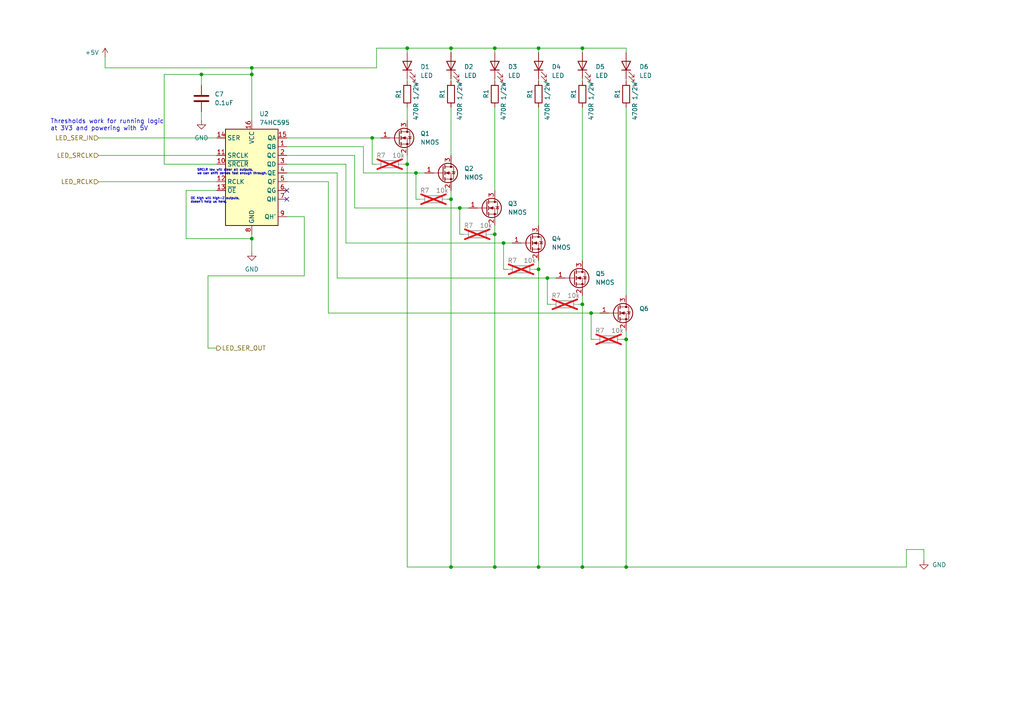
<source format=kicad_sch>
(kicad_sch (version 20230121) (generator eeschema)
  (paper "A4")
  (lib_symbols
    (symbol "74xx:74HC595"
      (property "Reference" "U" (at -7.62 13.97 0))
      (property "Value" "74HC595" (at -7.62 -16.51 0))
      (symbol "74HC595_1_0"
        (pin tri_state line (at 10.16 7.62 180) (length 2.54) (name "QB") (number "1"))
        (pin input line (at -10.16 2.54 0) (length 2.54) (name "~{SRCLR}") (number "10"))
        (pin input line (at -10.16 5.08 0) (length 2.54) (name "SRCLK") (number "11"))
        (pin input line (at -10.16 -2.54 0) (length 2.54) (name "RCLK") (number "12"))
        (pin input line (at -10.16 -5.08 0) (length 2.54) (name "~{OE}") (number "13"))
        (pin input line (at -10.16 10.16 0) (length 2.54) (name "SER") (number "14"))
        (pin tri_state line (at 10.16 10.16 180) (length 2.54) (name "QA") (number "15"))
        (pin power_in line (at 0 15.24 270) (length 2.54) (name "VCC") (number "16"))
        (pin tri_state line (at 10.16 5.08 180) (length 2.54) (name "QC") (number "2"))
        (pin tri_state line (at 10.16 2.54 180) (length 2.54) (name "QD") (number "3"))
        (pin tri_state line (at 10.16 0 180) (length 2.54) (name "QE") (number "4"))
        (pin tri_state line (at 10.16 -2.54 180) (length 2.54) (name "QF") (number "5"))
        (pin tri_state line (at 10.16 -5.08 180) (length 2.54) (name "QG") (number "6"))
        (pin tri_state line (at 10.16 -7.62 180) (length 2.54) (name "QH") (number "7"))
        (pin power_in line (at 0 -17.78 90) (length 2.54) (name "GND") (number "8"))
        (pin output line (at 10.16 -12.7 180) (length 2.54) (name "QH'") (number "9"))
      )
      (symbol "74HC595_1_1"
        (rectangle (start -7.62 12.7) (end 7.62 -15.24) (stroke (width 0.254)) (fill (type background)))
      )
    )
    (symbol "Device:C" (pin_numbers hide) (pin_names (offset 0.254))
      (property "Reference" "C" (at 0.635 2.54 0))
      (property "Value" "C" (at 0.635 -2.54 0))
      (symbol "C_0_1"
        (polyline (pts (xy -2.032 -0.762) (xy 2.032 -0.762)) (stroke (width 0.508)))
        (polyline (pts (xy -2.032 0.762) (xy 2.032 0.762)) (stroke (width 0.508)))
      )
      (symbol "C_1_1"
        (pin passive line (at 0 3.81 270) (length 2.794) (name "~") (number "1"))
        (pin passive line (at 0 -3.81 90) (length 2.794) (name "~") (number "2"))
      )
    )
    (symbol "Device:LED" (pin_numbers hide) (pin_names (offset 1.016) hide)
      (property "Reference" "D" (at 0 2.54 0))
      (property "Value" "LED" (at 0 -2.54 0))
      (symbol "LED_0_1"
        (polyline (pts (xy -1.27 -1.27) (xy -1.27 1.27)) (stroke (width 0.254)))
        (polyline (pts (xy -1.27 0) (xy 1.27 0)))
        (polyline (pts (xy 1.27 -1.27) (xy 1.27 1.27) (xy -1.27 0) (xy 1.27 -1.27)) (stroke (width 0.254)))
        (polyline (pts (xy -3.048 -0.762) (xy -4.572 -2.286) (xy -3.81 -2.286) (xy -4.572 -2.286) (xy -4.572 -1.524)))
        (polyline (pts (xy -1.778 -0.762) (xy -3.302 -2.286) (xy -2.54 -2.286) (xy -3.302 -2.286) (xy -3.302 -1.524)))
      )
      (symbol "LED_1_1"
        (pin passive line (at -3.81 0 0) (length 2.54) (name "K") (number "1"))
        (pin passive line (at 3.81 0 180) (length 2.54) (name "A") (number "2"))
      )
    )
    (symbol "Device:Q_NMOS_GSD" (pin_names (offset 0) hide)
      (property "Reference" "Q" (at 5.08 1.27 0))
      (property "Value" "Q_NMOS_GSD" (at 5.08 -1.27 0))
      (symbol "Q_NMOS_GSD_0_1"
        (polyline (pts (xy 0.254 0) (xy -2.54 0)))
        (polyline (pts (xy 0.254 1.905) (xy 0.254 -1.905)) (stroke (width 0.254)))
        (polyline (pts (xy 0.762 -1.27) (xy 0.762 -2.286)) (stroke (width 0.254)))
        (polyline (pts (xy 0.762 0.508) (xy 0.762 -0.508)) (stroke (width 0.254)))
        (polyline (pts (xy 0.762 2.286) (xy 0.762 1.27)) (stroke (width 0.254)))
        (polyline (pts (xy 2.54 2.54) (xy 2.54 1.778)))
        (polyline (pts (xy 2.54 -2.54) (xy 2.54 0) (xy 0.762 0)))
        (polyline (pts (xy 0.762 -1.778) (xy 3.302 -1.778) (xy 3.302 1.778) (xy 0.762 1.778)))
        (polyline (pts (xy 1.016 0) (xy 2.032 0.381) (xy 2.032 -0.381) (xy 1.016 0)) (fill (type outline)))
        (polyline (pts (xy 2.794 0.508) (xy 2.921 0.381) (xy 3.683 0.381) (xy 3.81 0.254)))
        (polyline (pts (xy 3.302 0.381) (xy 2.921 -0.254) (xy 3.683 -0.254) (xy 3.302 0.381)))
        (circle (center 1.651 0) (radius 2.794) (stroke (width 0.254)))
        (circle (center 2.54 -1.778) (radius 0.254) (fill (type outline)))
        (circle (center 2.54 1.778) (radius 0.254) (fill (type outline)))
      )
      (symbol "Q_NMOS_GSD_1_1"
        (pin input line (at -5.08 0 0) (length 2.54) (name "G") (number "1"))
        (pin passive line (at 2.54 -5.08 90) (length 2.54) (name "S") (number "2"))
        (pin passive line (at 2.54 5.08 270) (length 2.54) (name "D") (number "3"))
      )
    )
    (symbol "Device:R" (pin_numbers hide) (pin_names (offset 0))
      (property "Reference" "R" (at 2.032 0 90))
      (property "Value" "R" (at 0 0 90))
      (symbol "R_0_1"
        (rectangle (start -1.016 -2.54) (end 1.016 2.54) (stroke (width 0.254)))
      )
      (symbol "R_1_1"
        (pin passive line (at 0 3.81 270) (length 1.27) (name "~") (number "1"))
        (pin passive line (at 0 -3.81 90) (length 1.27) (name "~") (number "2"))
      )
    )
    (symbol "power:+5V" (power) (pin_names (offset 0))
      (property "Value" "+5V" (at 0 3.556 0))
      (symbol "+5V_0_1"
        (polyline (pts (xy -0.762 1.27) (xy 0 2.54)))
        (polyline (pts (xy 0 0) (xy 0 2.54)))
        (polyline (pts (xy 0 2.54) (xy 0.762 1.27)))
      )
      (symbol "+5V_1_1"
        (pin power_in line (at 0 0 90) (length 0) hide (name "+5V") (number "1"))
      )
    )
    (symbol "power:GND" (power) (pin_names (offset 0))
      (property "Value" "GND" (at 0 -3.81 0))
      (symbol "GND_0_1"
        (polyline (pts (xy 0 0) (xy 0 -1.27) (xy 1.27 -1.27) (xy 0 -2.54) (xy -1.27 -1.27) (xy 0 -1.27)))
      )
      (symbol "GND_1_1"
        (pin power_in line (at 0 0 270) (length 0) hide (name "GND") (number "1"))
      )
    )
  )
  (junction (at 168.91 88.265))
  (junction (at 118.11 47.625))
  (junction (at 158.75 80.645))
  (junction (at 143.51 164.465))
  (junction (at 133.35 60.325))
  (junction (at 146.05 70.485))
  (junction (at 181.61 98.425))
  (junction (at 130.81 57.785))
  (junction (at 73.025 21.59))
  (junction (at 120.65 50.165))
  (junction (at 143.51 13.97))
  (junction (at 156.21 13.97))
  (junction (at 118.11 13.97))
  (junction (at 130.81 164.465))
  (junction (at 58.42 21.59))
  (junction (at 130.81 13.97))
  (junction (at 181.61 164.465))
  (junction (at 171.45 90.805))
  (junction (at 107.95 40.005))
  (junction (at 156.21 78.105))
  (junction (at 73.025 19.685))
  (junction (at 73.025 69.215))
  (junction (at 143.51 67.945))
  (junction (at 168.91 13.97))
  (junction (at 168.91 164.465))
  (junction (at 156.21 164.465))
  (no_connect (at 83.185 57.785))
  (no_connect (at 83.185 55.245))
  (wire (pts (xy 156.21 31.115) (xy 156.21 65.405)))
  (wire (pts (xy 88.265 62.865) (xy 88.265 80.01)))
  (wire (pts (xy 105.41 42.545) (xy 105.41 50.165)))
  (wire (pts (xy 168.91 85.725) (xy 168.91 88.265)))
  (wire (pts (xy 109.22 13.97) (xy 118.11 13.97)))
  (wire (pts (xy 154.94 78.105) (xy 156.21 78.105)))
  (wire (pts (xy 118.11 22.86) (xy 118.11 23.495)))
  (wire (pts (xy 168.91 88.265) (xy 168.91 164.465)))
  (wire (pts (xy 100.33 47.625) (xy 83.185 47.625)))
  (wire (pts (xy 53.975 55.245) (xy 53.975 69.215)))
  (wire (pts (xy 73.025 19.685) (xy 109.22 19.685)))
  (wire (pts (xy 107.95 40.005) (xy 110.49 40.005)))
  (wire (pts (xy 130.81 13.97) (xy 143.51 13.97)))
  (wire (pts (xy 47.625 21.59) (xy 58.42 21.59)))
  (wire (pts (xy 156.21 13.97) (xy 168.91 13.97)))
  (wire (pts (xy 130.81 22.86) (xy 130.81 23.495)))
  (wire (pts (xy 58.42 32.385) (xy 58.42 34.925)))
  (wire (pts (xy 97.79 80.645) (xy 158.75 80.645)))
  (wire (pts (xy 28.575 40.005) (xy 62.865 40.005)))
  (wire (pts (xy 130.81 57.785) (xy 130.81 164.465)))
  (wire (pts (xy 100.33 70.485) (xy 146.05 70.485)))
  (wire (pts (xy 168.91 13.97) (xy 181.61 13.97)))
  (wire (pts (xy 158.75 80.645) (xy 161.29 80.645)))
  (wire (pts (xy 97.79 50.165) (xy 97.79 80.645)))
  (wire (pts (xy 181.61 95.885) (xy 181.61 98.425)))
  (wire (pts (xy 181.61 22.86) (xy 181.61 23.495)))
  (wire (pts (xy 143.51 164.465) (xy 156.21 164.465)))
  (wire (pts (xy 143.51 13.97) (xy 156.21 13.97)))
  (wire (pts (xy 118.11 13.97) (xy 130.81 13.97)))
  (wire (pts (xy 100.33 47.625) (xy 100.33 70.485)))
  (wire (pts (xy 168.91 31.115) (xy 168.91 75.565)))
  (wire (pts (xy 181.61 31.115) (xy 181.61 85.725)))
  (wire (pts (xy 143.51 13.97) (xy 143.51 15.24)))
  (wire (pts (xy 102.87 60.325) (xy 133.35 60.325)))
  (wire (pts (xy 156.21 22.86) (xy 156.21 23.495)))
  (wire (pts (xy 146.05 78.105) (xy 146.05 70.485)))
  (wire (pts (xy 172.72 98.425) (xy 171.45 98.425)))
  (wire (pts (xy 60.325 100.965) (xy 62.865 100.965)))
  (wire (pts (xy 181.61 13.97) (xy 181.61 15.24)))
  (wire (pts (xy 105.41 42.545) (xy 83.185 42.545)))
  (wire (pts (xy 95.25 90.805) (xy 171.45 90.805)))
  (wire (pts (xy 142.24 67.945) (xy 143.51 67.945)))
  (wire (pts (xy 158.75 88.265) (xy 158.75 80.645)))
  (wire (pts (xy 146.05 70.485) (xy 148.59 70.485)))
  (wire (pts (xy 130.81 31.115) (xy 130.81 45.085)))
  (wire (pts (xy 156.21 75.565) (xy 156.21 78.105)))
  (wire (pts (xy 73.025 21.59) (xy 73.025 34.925)))
  (wire (pts (xy 73.025 19.685) (xy 73.025 21.59)))
  (wire (pts (xy 53.975 69.215) (xy 73.025 69.215)))
  (wire (pts (xy 267.97 162.56) (xy 267.97 159.385)))
  (wire (pts (xy 102.87 45.085) (xy 102.87 60.325)))
  (wire (pts (xy 180.34 98.425) (xy 181.61 98.425)))
  (wire (pts (xy 109.22 47.625) (xy 107.95 47.625)))
  (wire (pts (xy 262.89 159.385) (xy 262.89 164.465)))
  (wire (pts (xy 181.61 98.425) (xy 181.61 164.465)))
  (wire (pts (xy 73.025 69.215) (xy 73.025 73.025)))
  (wire (pts (xy 143.51 67.945) (xy 143.51 164.465)))
  (wire (pts (xy 156.21 164.465) (xy 168.91 164.465)))
  (wire (pts (xy 267.97 159.385) (xy 262.89 159.385)))
  (wire (pts (xy 88.265 80.01) (xy 60.325 80.01)))
  (wire (pts (xy 120.65 50.165) (xy 123.19 50.165)))
  (wire (pts (xy 133.35 67.945) (xy 133.35 60.325)))
  (wire (pts (xy 95.25 52.705) (xy 95.25 90.805)))
  (wire (pts (xy 156.21 78.105) (xy 156.21 164.465)))
  (wire (pts (xy 118.11 164.465) (xy 130.81 164.465)))
  (wire (pts (xy 160.02 88.265) (xy 158.75 88.265)))
  (wire (pts (xy 167.64 88.265) (xy 168.91 88.265)))
  (wire (pts (xy 62.865 55.245) (xy 53.975 55.245)))
  (wire (pts (xy 168.91 164.465) (xy 181.61 164.465)))
  (wire (pts (xy 156.21 13.97) (xy 156.21 15.24)))
  (wire (pts (xy 83.185 40.005) (xy 107.95 40.005)))
  (wire (pts (xy 130.81 13.97) (xy 130.81 15.24)))
  (wire (pts (xy 143.51 22.86) (xy 143.51 23.495)))
  (wire (pts (xy 129.54 57.785) (xy 130.81 57.785)))
  (wire (pts (xy 62.865 47.625) (xy 47.625 47.625)))
  (wire (pts (xy 143.51 31.115) (xy 143.51 55.245)))
  (wire (pts (xy 168.91 22.86) (xy 168.91 23.495)))
  (wire (pts (xy 73.025 67.945) (xy 73.025 69.215)))
  (wire (pts (xy 121.92 57.785) (xy 120.65 57.785)))
  (wire (pts (xy 168.91 13.97) (xy 168.91 15.24)))
  (wire (pts (xy 130.81 55.245) (xy 130.81 57.785)))
  (wire (pts (xy 147.32 78.105) (xy 146.05 78.105)))
  (wire (pts (xy 30.48 19.685) (xy 73.025 19.685)))
  (wire (pts (xy 118.11 13.97) (xy 118.11 15.24)))
  (wire (pts (xy 107.95 47.625) (xy 107.95 40.005)))
  (wire (pts (xy 95.25 52.705) (xy 83.185 52.705)))
  (wire (pts (xy 58.42 21.59) (xy 73.025 21.59)))
  (wire (pts (xy 171.45 90.805) (xy 173.99 90.805)))
  (wire (pts (xy 83.185 62.865) (xy 88.265 62.865)))
  (wire (pts (xy 83.185 45.085) (xy 102.87 45.085)))
  (wire (pts (xy 181.61 164.465) (xy 262.89 164.465)))
  (wire (pts (xy 118.11 45.085) (xy 118.11 47.625)))
  (wire (pts (xy 118.11 47.625) (xy 118.11 164.465)))
  (wire (pts (xy 130.81 164.465) (xy 143.51 164.465)))
  (wire (pts (xy 83.185 50.165) (xy 97.79 50.165)))
  (wire (pts (xy 47.625 21.59) (xy 47.625 47.625)))
  (wire (pts (xy 120.65 57.785) (xy 120.65 50.165)))
  (wire (pts (xy 58.42 21.59) (xy 58.42 24.765)))
  (wire (pts (xy 133.35 60.325) (xy 135.89 60.325)))
  (wire (pts (xy 143.51 65.405) (xy 143.51 67.945)))
  (wire (pts (xy 116.84 47.625) (xy 118.11 47.625)))
  (wire (pts (xy 118.11 31.115) (xy 118.11 34.925)))
  (wire (pts (xy 109.22 19.685) (xy 109.22 13.97)))
  (wire (pts (xy 30.48 16.51) (xy 30.48 19.685)))
  (wire (pts (xy 171.45 98.425) (xy 171.45 90.805)))
  (wire (pts (xy 105.41 50.165) (xy 120.65 50.165)))
  (wire (pts (xy 60.325 80.01) (xy 60.325 100.965)))
  (wire (pts (xy 28.575 52.705) (xy 62.865 52.705)))
  (wire (pts (xy 28.575 45.085) (xy 62.865 45.085)))
  (wire (pts (xy 134.62 67.945) (xy 133.35 67.945)))
  (text "SRCLR low will clear all outputs,\nwe can shift zeroes fast enough through." (at 57.15 50.8 0) (effects (font (size 0.635 0.635)) (justify left bottom)))
  (text "Thresholds work for running logic\nat 3V3 and powering with 5V" (at 14.605 38.1 0) (effects (font (size 1.27 1.27)) (justify left bottom)))
  (text "OE high will high-Z outputs,\ndoesn't help us here." (at 55.245 59.055 0) (effects (font (size 0.635 0.635)) (justify left bottom)))
  (hierarchical_label "LED_SRCLK" (shape input) (at 28.575 45.085 180))
  (hierarchical_label "LED_SER_OUT" (shape output) (at 62.865 100.965 0))
  (hierarchical_label "LED_SER_IN" (shape input) (at 28.575 40.005 180))
  (hierarchical_label "LED_RCLK" (shape input) (at 28.575 52.705 180))
  (symbol (lib_id "power:GND") (at 58.42 34.925 0) (unit 1)
    (property "Reference" "#PWR035" (effects hide))
    (property "Value" "GND" (at 58.42 40.005 0))
    (instances (project "button-board" (path "" (reference "#PWR035") (unit 1)) (path "" (reference "#PWR037") (unit 1))))
  )
  (symbol (lib_id "Device:R") (at 130.81 27.305 0) (unit 1)
    (property "Reference" "R1" (at 128.27 28.575 90) (effects (justify left)))
    (property "Value" "470R 1/2W" (at 133.35 34.925 90) (effects (justify left)))
    (property "Footprint" "Resistor_SMD:R_1206_3216Metric" (effects hide))
    (property "MPN" "ERJ-P08J471V" (effects hide))
    (property "Link" "https://www.digikey.de/en/products/detail/panasonic-electronic-components/ERJ-P08J471V/525396" (effects hide))
    (instances (project "button-board" (path "" (reference "R1") (unit 1)) (path "" (reference "R4") (unit 1)) (path "" (reference "R51") (unit 1))))
  )
  (symbol (lib_id "Device:R") (at 118.11 27.305 0) (unit 1)
    (property "Reference" "R1" (at 115.57 28.575 90) (effects (justify left)))
    (property "Value" "470R 1/2W" (at 120.65 34.925 90) (effects (justify left)))
    (property "Footprint" "Resistor_SMD:R_1206_3216Metric" (effects hide))
    (property "MPN" "ERJ-P08J471V" (effects hide))
    (property "Link" "https://www.digikey.de/en/products/detail/panasonic-electronic-components/ERJ-P08J471V/525396" (effects hide))
    (instances (project "button-board" (path "" (reference "R1") (unit 1)) (path "" (reference "R3") (unit 1)) (path "" (reference "R49") (unit 1))))
  )
  (symbol (lib_id "Device:Q_NMOS_GSD") (at 115.57 40.005 0) (unit 1)
    (property "Reference" "Q1" (at 121.92 38.735 0) (effects (justify left)))
    (property "Value" "NMOS" (at 121.92 41.275 0) (effects (justify left)))
    (property "Footprint" "Package_TO_SOT_SMD:TSOT-23" (effects hide))
    (property "Link" "https://www.digikey.de/en/products/detail/anbon-semiconductor-int-l-limited/AS2302/16708469" (effects hide))
    (property "MPN" "AS2302" (effects hide))
    (instances (project "button-board" (path "" (reference "Q1") (unit 1)) (path "" (reference "Q1") (unit 1)) (path "" (reference "Q14") (unit 1))))
  )
  (symbol (lib_id "Device:LED") (at 181.61 19.05 90) (unit 1)
    (property "Reference" "D6" (at 185.42 19.3675 90) (effects (justify right)))
    (property "Value" "LED" (at 185.42 21.9075 90) (effects (justify right)))
    (property "Footprint" "LED_SMD:LED_SunLED_XZ_Reverse_Mount" (effects hide))
    (instances (project "button-board" (path "" (reference "D6") (unit 1)) (path "" (reference "D6") (unit 1)) (path "" (reference "D21") (unit 1))))
  )
  (symbol (lib_id "Device:R") (at 151.13 78.105 90) (unit 1) (in_bom no) (dnp yes)
    (property "Reference" "R7" (at 148.59 75.565 90))
    (property "Value" "10k" (at 153.67 75.565 90))
    (property "Footprint" "Resistor_SMD:R_0603_1608Metric" (effects hide))
    (property "Link" "https://www.digikey.de/en/products/detail/yageo/RC0603FR-0710KL/726880" (effects hide))
    (property "MPN" "RC0603FR-0710KL" (effects hide))
    (instances (project "button-board" (path "" (reference "R7") (unit 1)) (path "" (reference "R149") (unit 1)) (path "" (reference "R54") (unit 1))))
  )
  (symbol (lib_id "Device:Q_NMOS_GSD") (at 179.07 90.805 0) (unit 1)
    (property "Reference" "Q6" (at 185.42 89.535 0) (effects (justify left)))
    (property "Value" "NMOS" (effects hide))
    (property "Footprint" "Package_TO_SOT_SMD:TSOT-23" (effects hide))
    (property "Link" "https://www.digikey.de/en/products/detail/anbon-semiconductor-int-l-limited/AS2302/16708469" (effects hide))
    (property "MPN" "AS2302" (effects hide))
    (instances (project "button-board" (path "" (reference "Q6") (unit 1)) (path "" (reference "Q6") (unit 1)) (path "" (reference "Q19") (unit 1))))
  )
  (symbol (lib_id "Device:R") (at 113.03 47.625 90) (unit 1) (in_bom no) (dnp yes)
    (property "Reference" "R7" (at 110.49 45.085 90))
    (property "Value" "10k" (at 115.57 45.085 90))
    (property "Footprint" "Resistor_SMD:R_0603_1608Metric" (effects hide))
    (property "Link" "https://www.digikey.de/en/products/detail/yageo/RC0603FR-0710KL/726880" (effects hide))
    (property "MPN" "RC0603FR-0710KL" (effects hide))
    (instances (project "button-board" (path "" (reference "R7") (unit 1)) (path "" (reference "R101") (unit 1)) (path "" (reference "R48") (unit 1))))
  )
  (symbol (lib_id "Device:LED") (at 168.91 19.05 90) (unit 1)
    (property "Reference" "D5" (at 172.72 19.3675 90) (effects (justify right)))
    (property "Value" "LED" (at 172.72 21.9075 90) (effects (justify right)))
    (property "Footprint" "LED_SMD:LED_SunLED_XZ_Reverse_Mount" (effects hide))
    (instances (project "button-board" (path "" (reference "D5") (unit 1)) (path "" (reference "D5") (unit 1)) (path "" (reference "D20") (unit 1))))
  )
  (symbol (lib_id "Device:C") (at 58.42 28.575 0) (unit 1)
    (property "Reference" "C7" (at 62.23 27.305 0) (effects (justify left)))
    (property "Value" "0.1uF" (at 62.23 29.845 0) (effects (justify left)))
    (property "Footprint" "Capacitor_SMD:C_0603_1608Metric" (effects hide))
    (property "Link" "https://www.digikey.de/en/products/detail/kyocera-avx/KGM15BR71H104KT/1600046" (effects hide))
    (property "MPN" "KYOCERA AVX" (effects hide))
    (instances (project "button-board" (path "" (reference "C7") (unit 1)) (path "" (reference "C11") (unit 1)) (path "" (reference "C13") (unit 1))))
  )
  (symbol (lib_id "power:+5V") (at 30.48 16.51 0) (unit 1)
    (property "Reference" "#PWR03" (effects hide))
    (property "Value" "+5V" (at 26.67 15.24 0))
    (instances (project "button-board" (path "" (reference "#PWR03") (unit 1)) (path "" (reference "#PWR03") (unit 1)) (path "" (reference "#PWR021") (unit 1))))
  )
  (symbol (lib_id "Device:LED") (at 143.51 19.05 90) (unit 1)
    (property "Reference" "D3" (at 147.32 19.3675 90) (effects (justify right)))
    (property "Value" "LED" (at 147.32 21.9075 90) (effects (justify right)))
    (property "Footprint" "LED_SMD:LED_SunLED_XZ_Reverse_Mount" (effects hide))
    (instances (project "button-board" (path "" (reference "D3") (unit 1)) (path "" (reference "D3") (unit 1)) (path "" (reference "D18") (unit 1))))
  )
  (symbol (lib_id "Device:R") (at 138.43 67.945 90) (unit 1) (in_bom no) (dnp yes)
    (property "Reference" "R7" (at 135.89 65.405 90))
    (property "Value" "10k" (at 140.97 65.405 90))
    (property "Footprint" "Resistor_SMD:R_0603_1608Metric" (effects hide))
    (property "Link" "https://www.digikey.de/en/products/detail/yageo/RC0603FR-0710KL/726880" (effects hide))
    (property "MPN" "RC0603FR-0710KL" (effects hide))
    (instances (project "button-board" (path "" (reference "R7") (unit 1)) (path "" (reference "R133") (unit 1)) (path "" (reference "R52") (unit 1))))
  )
  (symbol (lib_id "Device:Q_NMOS_GSD") (at 166.37 80.645 0) (unit 1)
    (property "Reference" "Q5" (at 172.72 79.375 0) (effects (justify left)))
    (property "Value" "NMOS" (at 172.72 81.915 0) (effects (justify left)))
    (property "Footprint" "Package_TO_SOT_SMD:TSOT-23" (effects hide))
    (property "Link" "https://www.digikey.de/en/products/detail/anbon-semiconductor-int-l-limited/AS2302/16708469" (effects hide))
    (property "MPN" "AS2302" (effects hide))
    (instances (project "button-board" (path "" (reference "Q5") (unit 1)) (path "" (reference "Q5") (unit 1)) (path "" (reference "Q18") (unit 1))))
  )
  (symbol (lib_id "power:GND") (at 73.025 73.025 0) (unit 1)
    (property "Reference" "#PWR021" (effects hide))
    (property "Value" "GND" (at 73.025 78.105 0))
    (instances (project "button-board" (path "" (reference "#PWR021") (unit 1)) (path "" (reference "#PWR023") (unit 1))))
  )
  (symbol (lib_id "Device:Q_NMOS_GSD") (at 128.27 50.165 0) (unit 1)
    (property "Reference" "Q2" (at 134.62 48.895 0) (effects (justify left)))
    (property "Value" "NMOS" (at 134.62 51.435 0) (effects (justify left)))
    (property "Footprint" "Package_TO_SOT_SMD:TSOT-23" (effects hide))
    (property "Link" "https://www.digikey.de/en/products/detail/anbon-semiconductor-int-l-limited/AS2302/16708469" (effects hide))
    (property "MPN" "AS2302" (effects hide))
    (instances (project "button-board" (path "" (reference "Q2") (unit 1)) (path "" (reference "Q2") (unit 1)) (path "" (reference "Q15") (unit 1))))
  )
  (symbol (lib_id "Device:Q_NMOS_GSD") (at 153.67 70.485 0) (unit 1)
    (property "Reference" "Q4" (at 160.02 69.215 0) (effects (justify left)))
    (property "Value" "NMOS" (at 160.02 71.755 0) (effects (justify left)))
    (property "Footprint" "Package_TO_SOT_SMD:TSOT-23" (effects hide))
    (property "Link" "https://www.digikey.de/en/products/detail/anbon-semiconductor-int-l-limited/AS2302/16708469" (effects hide))
    (property "MPN" "AS2302" (effects hide))
    (instances (project "button-board" (path "" (reference "Q4") (unit 1)) (path "" (reference "Q4") (unit 1)) (path "" (reference "Q17") (unit 1))))
  )
  (symbol (lib_id "power:GND") (at 267.97 162.56 0) (unit 1)
    (property "Reference" "#PWR04" (effects hide))
    (property "Value" "GND" (at 272.415 163.83 0))
    (instances (project "button-board" (path "" (reference "#PWR04") (unit 1)) (path "" (reference "#PWR015") (unit 1)) (path "" (reference "#PWR024") (unit 1))))
  )
  (symbol (lib_id "Device:LED") (at 118.11 19.05 90) (unit 1)
    (property "Reference" "D1" (at 121.92 19.3675 90) (effects (justify right)))
    (property "Value" "LED" (at 121.92 21.9075 90) (effects (justify right)))
    (property "Footprint" "LED_SMD:LED_SunLED_XZ_Reverse_Mount" (effects hide))
    (instances (project "button-board" (path "" (reference "D1") (unit 1)) (path "" (reference "D1") (unit 1)) (path "" (reference "D16") (unit 1))))
  )
  (symbol (lib_id "Device:LED") (at 156.21 19.05 90) (unit 1)
    (property "Reference" "D4" (at 160.02 19.3675 90) (effects (justify right)))
    (property "Value" "LED" (at 160.02 21.9075 90) (effects (justify right)))
    (property "Footprint" "LED_SMD:LED_SunLED_XZ_Reverse_Mount" (effects hide))
    (instances (project "button-board" (path "" (reference "D4") (unit 1)) (path "" (reference "D4") (unit 1)) (path "" (reference "D19") (unit 1))))
  )
  (symbol (lib_id "Device:R") (at 125.73 57.785 90) (unit 1) (in_bom no) (dnp yes)
    (property "Reference" "R7" (at 123.19 55.245 90))
    (property "Value" "10k" (at 128.27 55.245 90))
    (property "Footprint" "Resistor_SMD:R_0603_1608Metric" (effects hide))
    (property "Link" "https://www.digikey.de/en/products/detail/yageo/RC0603FR-0710KL/726880" (effects hide))
    (property "MPN" "RC0603FR-0710KL" (effects hide))
    (instances (project "button-board" (path "" (reference "R7") (unit 1)) (path "" (reference "R119") (unit 1)) (path "" (reference "R50") (unit 1))))
  )
  (symbol (lib_id "Device:LED") (at 130.81 19.05 90) (unit 1)
    (property "Reference" "D2" (at 134.62 19.3675 90) (effects (justify right)))
    (property "Value" "LED" (at 134.62 21.9075 90) (effects (justify right)))
    (property "Footprint" "LED_SMD:LED_SunLED_XZ_Reverse_Mount" (effects hide))
    (instances (project "button-board" (path "" (reference "D2") (unit 1)) (path "" (reference "D2") (unit 1)) (path "" (reference "D17") (unit 1))))
  )
  (symbol (lib_id "Device:R") (at 181.61 27.305 0) (unit 1)
    (property "Reference" "R1" (at 179.07 28.575 90) (effects (justify left)))
    (property "Value" "470R 1/2W" (at 184.15 34.925 90) (effects (justify left)))
    (property "Footprint" "Resistor_SMD:R_1206_3216Metric" (effects hide))
    (property "MPN" "ERJ-P08J471V" (effects hide))
    (property "Link" "https://www.digikey.de/en/products/detail/panasonic-electronic-components/ERJ-P08J471V/525396" (effects hide))
    (instances (project "button-board" (path "" (reference "R1") (unit 1)) (path "" (reference "R35") (unit 1)) (path "" (reference "R59") (unit 1))))
  )
  (symbol (lib_id "74xx:74HC595") (at 73.025 50.165 0) (unit 1)
    (property "Reference" "U2" (at 75.2191 33.02 0) (effects (justify left)))
    (property "Value" "74HC595" (at 75.2191 35.56 0) (effects (justify left)))
    (property "Footprint" "Package_SO:TSSOP-16_4.4x5mm_P0.65mm" (effects hide))
    (property "Datasheet" "http://www.ti.com/lit/ds/symlink/sn74hc595.pdf" (effects hide))
    (property "Link" "https://www.digikey.de/en/products/detail/nexperia-usa-inc/74HC595PW-118/946653" (effects hide))
    (property "MPN" "74HC595PW,118" (effects hide))
    (instances (project "button-board" (path "" (reference "U2") (unit 1)) (path "" (reference "U2") (unit 1)) (path "" (reference "U8") (unit 1)) (path "" (reference "U7") (unit 1))))
  )
  (symbol (lib_id "Device:Q_NMOS_GSD") (at 140.97 60.325 0) (unit 1)
    (property "Reference" "Q3" (at 147.32 59.055 0) (effects (justify left)))
    (property "Value" "NMOS" (at 147.32 61.595 0) (effects (justify left)))
    (property "Footprint" "Package_TO_SOT_SMD:TSOT-23" (effects hide))
    (property "Link" "https://www.digikey.de/en/products/detail/anbon-semiconductor-int-l-limited/AS2302/16708469" (effects hide))
    (property "MPN" "AS2302" (effects hide))
    (instances (project "button-board" (path "" (reference "Q3") (unit 1)) (path "" (reference "Q3") (unit 1)) (path "" (reference "Q16") (unit 1))))
  )
  (symbol (lib_id "Device:R") (at 163.83 88.265 90) (unit 1) (in_bom no) (dnp yes)
    (property "Reference" "R7" (at 161.29 85.725 90))
    (property "Value" "10k" (at 166.37 85.725 90))
    (property "Footprint" "Resistor_SMD:R_0603_1608Metric" (effects hide))
    (property "Link" "https://www.digikey.de/en/products/detail/yageo/RC0603FR-0710KL/726880" (effects hide))
    (property "MPN" "RC0603FR-0710KL" (effects hide))
    (instances (project "button-board" (path "" (reference "R7") (unit 1)) (path "" (reference "R150") (unit 1)) (path "" (reference "R56") (unit 1))))
  )
  (symbol (lib_id "Device:R") (at 156.21 27.305 0) (unit 1)
    (property "Reference" "R1" (at 153.67 28.575 90) (effects (justify left)))
    (property "Value" "470R 1/2W" (at 158.75 34.925 90) (effects (justify left)))
    (property "Footprint" "Resistor_SMD:R_1206_3216Metric" (effects hide))
    (property "MPN" "ERJ-P08J471V" (effects hide))
    (property "Link" "https://www.digikey.de/en/products/detail/panasonic-electronic-components/ERJ-P08J471V/525396" (effects hide))
    (instances (project "button-board" (path "" (reference "R1") (unit 1)) (path "" (reference "R20") (unit 1)) (path "" (reference "R55") (unit 1))))
  )
  (symbol (lib_id "Device:R") (at 143.51 27.305 0) (unit 1)
    (property "Reference" "R1" (at 140.97 28.575 90) (effects (justify left)))
    (property "Value" "470R 1/2W" (at 146.05 34.925 90) (effects (justify left)))
    (property "Footprint" "Resistor_SMD:R_1206_3216Metric" (effects hide))
    (property "MPN" "ERJ-P08J471V" (effects hide))
    (property "Link" "https://www.digikey.de/en/products/detail/panasonic-electronic-components/ERJ-P08J471V/525396" (effects hide))
    (instances (project "button-board" (path "" (reference "R1") (unit 1)) (path "" (reference "R19") (unit 1)) (path "" (reference "R53") (unit 1))))
  )
  (symbol (lib_id "Device:R") (at 176.53 98.425 90) (unit 1) (in_bom no) (dnp yes)
    (property "Reference" "R7" (at 173.99 95.885 90))
    (property "Value" "10k" (at 179.07 95.885 90))
    (property "Footprint" "Resistor_SMD:R_0603_1608Metric" (effects hide))
    (property "Link" "https://www.digikey.de/en/products/detail/yageo/RC0603FR-0710KL/726880" (effects hide))
    (property "MPN" "RC0603FR-0710KL" (effects hide))
    (instances (project "button-board" (path "" (reference "R7") (unit 1)) (path "" (reference "R151") (unit 1)) (path "" (reference "R58") (unit 1))))
  )
  (symbol (lib_id "Device:R") (at 168.91 27.305 0) (unit 1)
    (property "Reference" "R1" (at 166.37 28.575 90) (effects (justify left)))
    (property "Value" "470R 1/2W" (at 171.45 34.925 90) (effects (justify left)))
    (property "Footprint" "Resistor_SMD:R_1206_3216Metric" (effects hide))
    (property "MPN" "ERJ-P08J471V" (effects hide))
    (property "Link" "https://www.digikey.de/en/products/detail/panasonic-electronic-components/ERJ-P08J471V/525396" (effects hide))
    (instances (project "button-board" (path "" (reference "R1") (unit 1)) (path "" (reference "R34") (unit 1)) (path "" (reference "R57") (unit 1))))
  )
)
</source>
